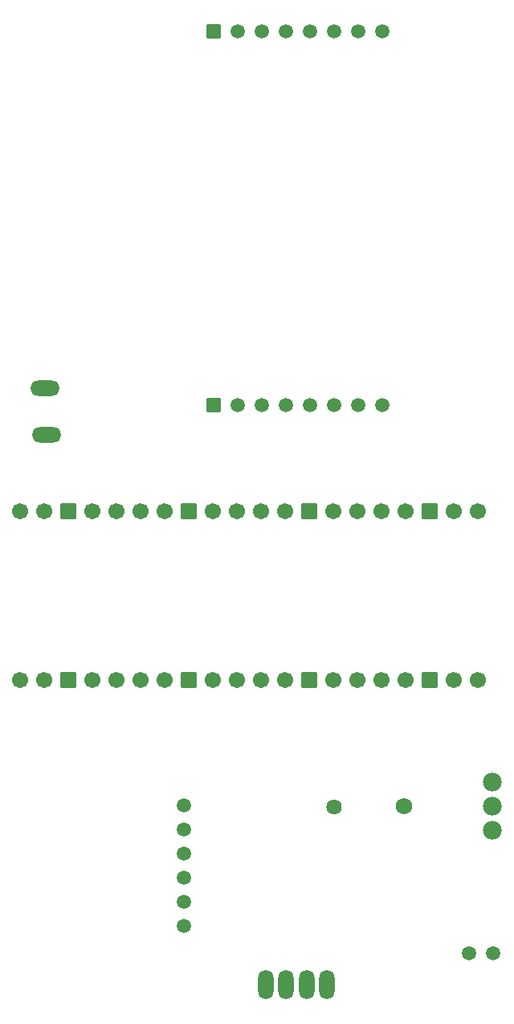
<source format=gbs>
G04 Layer: BottomSolderMaskLayer*
G04 EasyEDA v6.5.23, 2023-06-25 18:40:03*
G04 6b10e09a02d447a1920506d39c92bb1f,f3d5b93f6eed4f979a6c9236d77c88b5,10*
G04 Gerber Generator version 0.2*
G04 Scale: 100 percent, Rotated: No, Reflected: No *
G04 Dimensions in millimeters *
G04 leading zeros omitted , absolute positions ,4 integer and 5 decimal *
%FSLAX45Y45*%
%MOMM*%

%AMMACRO1*1,1,$1,$2,$3*1,1,$1,$4,$5*1,1,$1,0-$2,0-$3*1,1,$1,0-$4,0-$5*20,1,$1,$2,$3,$4,$5,0*20,1,$1,$4,$5,0-$2,0-$3,0*20,1,$1,0-$2,0-$3,0-$4,0-$5,0*20,1,$1,0-$4,0-$5,$2,$3,0*4,1,4,$2,$3,$4,$5,0-$2,0-$3,0-$4,0-$5,$2,$3,0*%
%ADD10C,1.7016*%
%ADD11MACRO1,0.1016X-0.8X-0.8X-0.8X0.8*%
%ADD12MACRO1,0.1016X-0.6998X0.6998X0.6998X0.6998*%
%ADD13C,1.5011*%
%ADD14C,1.7280*%
%ADD15C,1.6256*%
%ADD16C,1.9812*%
%ADD17O,3.101594X1.6256000000000002*%
%ADD18O,1.6256000000000002X3.101594*%

%LPD*%
D10*
G01*
X4955692Y2624810D03*
G01*
X4701692Y2624810D03*
D11*
G01*
X4447702Y2624800D03*
D10*
G01*
X4193692Y2624810D03*
G01*
X3939692Y2624810D03*
G01*
X3685692Y2624810D03*
G01*
X3431692Y2624810D03*
D11*
G01*
X3177705Y2624800D03*
D10*
G01*
X2923717Y2624810D03*
G01*
X2669717Y2624810D03*
G01*
X129717Y2624810D03*
G01*
X383717Y2624810D03*
D11*
G01*
X637710Y2624800D03*
D10*
G01*
X891717Y2624810D03*
G01*
X1145717Y2624810D03*
G01*
X1399717Y2624810D03*
G01*
X1653717Y2624810D03*
D11*
G01*
X1907707Y2624800D03*
D10*
G01*
X2161717Y2624810D03*
G01*
X2415717Y2624810D03*
G01*
X2415717Y4402785D03*
G01*
X2161717Y4402785D03*
D11*
G01*
X1907707Y4402795D03*
D10*
G01*
X1653717Y4402785D03*
G01*
X1399717Y4402785D03*
G01*
X1145717Y4402785D03*
G01*
X891717Y4402785D03*
D11*
G01*
X637710Y4402795D03*
D10*
G01*
X383717Y4402785D03*
G01*
X129717Y4402785D03*
G01*
X2669717Y4402785D03*
G01*
X2923717Y4402785D03*
D11*
G01*
X3177705Y4402795D03*
D10*
G01*
X3431692Y4402785D03*
G01*
X3685692Y4402785D03*
G01*
X3939692Y4402785D03*
G01*
X4193692Y4402785D03*
D11*
G01*
X4447702Y4402795D03*
D10*
G01*
X4701692Y4402785D03*
G01*
X4955692Y4402785D03*
D12*
G01*
X2171700Y5524500D03*
D13*
G01*
X2425700Y5524500D03*
G01*
X2679700Y5524500D03*
G01*
X2933700Y5524500D03*
G01*
X3187700Y5524500D03*
G01*
X3441700Y5524500D03*
G01*
X3695700Y5524500D03*
G01*
X3949700Y5524500D03*
D12*
G01*
X2171700Y9461500D03*
D13*
G01*
X2425700Y9461500D03*
G01*
X2679700Y9461500D03*
G01*
X2933700Y9461500D03*
G01*
X3187700Y9461500D03*
G01*
X3441700Y9461500D03*
G01*
X3695700Y9461500D03*
G01*
X3949700Y9461500D03*
D14*
G01*
X4178300Y1301750D03*
D15*
G01*
X3441700Y1289050D03*
D16*
G01*
X5105400Y1041400D03*
G01*
X5105400Y1295400D03*
G01*
X5105400Y1549400D03*
D13*
G01*
X1854200Y292100D03*
G01*
X1854200Y546100D03*
G01*
X1854200Y800100D03*
G01*
X1854200Y1054100D03*
G01*
X1854200Y1308100D03*
G01*
X1854200Y38100D03*
G01*
X4864100Y-254000D03*
G01*
X5118100Y-254000D03*
D17*
G01*
X393700Y5702300D03*
D18*
G01*
X2717800Y-584200D03*
D17*
G01*
X406400Y5207000D03*
D18*
G01*
X2933700Y-584200D03*
G01*
X3149600Y-584200D03*
G01*
X3365500Y-584200D03*
M02*

</source>
